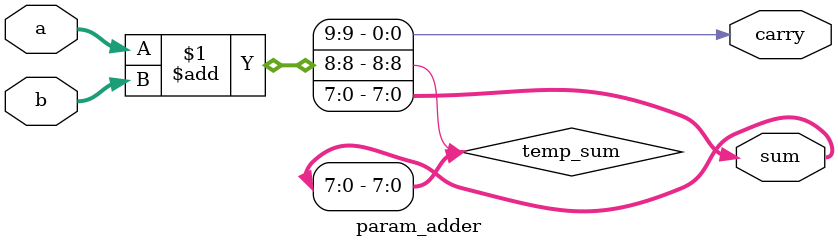
<source format=v>
module param_adder #(
    parameter WIDTH = 8
)(
    input [WIDTH-1:0] a,
    input [WIDTH-1:0] b,
    output [WIDTH-1:0] sum,
    output carry
);

    wire [WIDTH:0] temp_sum;

    assign {carry,temp_sum} = a + b;
    assign sum = temp_sum[WIDTH-1:0];

endmodule
</source>
